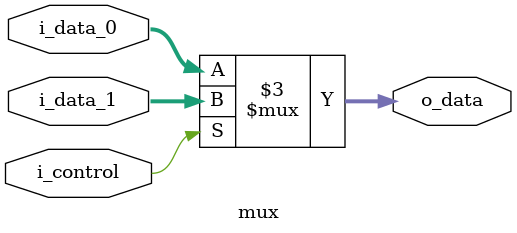
<source format=v>
module mux(
        i_control,
        i_data_0,
        i_data_1,
        o_data
    );

    parameter data_size = 32;

    input i_control;
    input [data_size-1:0] i_data_0, i_data_1;
    output reg [data_size-1:0] o_data;

    always @* begin
        if(i_control) o_data = i_data_1;
        else o_data = i_data_0;
    end

endmodule
</source>
